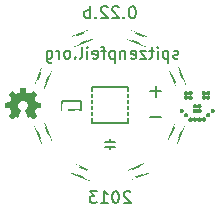
<source format=gbo>
%FSLAX34Y34*%
G04 Gerber Fmt 3.4, Leading zero omitted, Abs format*
G04 (created by PCBNEW (2013-10-07 BZR 4378)-product) date Fri 11 Oct 2013 01:23:19 AM CEST*
%MOIN*%
G01*
G70*
G90*
G04 APERTURE LIST*
%ADD10C,0.005906*%
%ADD11C,0.007874*%
%ADD12C,0.003937*%
%ADD13C,0.006000*%
%ADD14C,0.000100*%
%ADD15O,0.021654X0.029528*%
%ADD16R,0.021654X0.049213*%
%ADD17R,0.041339X0.025591*%
%ADD18R,0.059000X0.043307*%
%ADD19O,0.039370X0.009843*%
%ADD20R,0.039370X0.009843*%
%ADD21C,0.078740*%
G04 APERTURE END LIST*
G54D10*
G54D11*
X30286Y-21119D02*
X30249Y-21119D01*
X30211Y-21137D01*
X30193Y-21156D01*
X30174Y-21194D01*
X30155Y-21269D01*
X30155Y-21362D01*
X30174Y-21437D01*
X30193Y-21475D01*
X30211Y-21494D01*
X30249Y-21512D01*
X30286Y-21512D01*
X30324Y-21494D01*
X30343Y-21475D01*
X30361Y-21437D01*
X30380Y-21362D01*
X30380Y-21269D01*
X30361Y-21194D01*
X30343Y-21156D01*
X30324Y-21137D01*
X30286Y-21119D01*
X29986Y-21475D02*
X29968Y-21494D01*
X29986Y-21512D01*
X30005Y-21494D01*
X29986Y-21475D01*
X29986Y-21512D01*
X29818Y-21156D02*
X29799Y-21137D01*
X29761Y-21119D01*
X29668Y-21119D01*
X29630Y-21137D01*
X29611Y-21156D01*
X29593Y-21194D01*
X29593Y-21231D01*
X29611Y-21287D01*
X29836Y-21512D01*
X29593Y-21512D01*
X29443Y-21156D02*
X29424Y-21137D01*
X29386Y-21119D01*
X29293Y-21119D01*
X29255Y-21137D01*
X29236Y-21156D01*
X29218Y-21194D01*
X29218Y-21231D01*
X29236Y-21287D01*
X29461Y-21512D01*
X29218Y-21512D01*
X29049Y-21475D02*
X29030Y-21494D01*
X29049Y-21512D01*
X29068Y-21494D01*
X29049Y-21475D01*
X29049Y-21512D01*
X28862Y-21512D02*
X28862Y-21119D01*
X28862Y-21269D02*
X28824Y-21250D01*
X28749Y-21250D01*
X28712Y-21269D01*
X28693Y-21287D01*
X28674Y-21325D01*
X28674Y-21437D01*
X28693Y-21475D01*
X28712Y-21494D01*
X28749Y-21512D01*
X28824Y-21512D01*
X28862Y-21494D01*
X31805Y-22844D02*
X31767Y-22863D01*
X31692Y-22863D01*
X31655Y-22844D01*
X31636Y-22806D01*
X31636Y-22788D01*
X31655Y-22750D01*
X31692Y-22731D01*
X31748Y-22731D01*
X31786Y-22713D01*
X31805Y-22675D01*
X31805Y-22656D01*
X31786Y-22619D01*
X31748Y-22600D01*
X31692Y-22600D01*
X31655Y-22619D01*
X31467Y-22600D02*
X31467Y-22994D01*
X31467Y-22619D02*
X31430Y-22600D01*
X31355Y-22600D01*
X31317Y-22619D01*
X31299Y-22638D01*
X31280Y-22675D01*
X31280Y-22788D01*
X31299Y-22825D01*
X31317Y-22844D01*
X31355Y-22863D01*
X31430Y-22863D01*
X31467Y-22844D01*
X31111Y-22863D02*
X31111Y-22600D01*
X31111Y-22469D02*
X31130Y-22488D01*
X31111Y-22506D01*
X31092Y-22488D01*
X31111Y-22469D01*
X31111Y-22506D01*
X30980Y-22600D02*
X30830Y-22600D01*
X30924Y-22469D02*
X30924Y-22806D01*
X30905Y-22844D01*
X30867Y-22863D01*
X30830Y-22863D01*
X30736Y-22600D02*
X30530Y-22600D01*
X30736Y-22863D01*
X30530Y-22863D01*
X30230Y-22844D02*
X30267Y-22863D01*
X30342Y-22863D01*
X30380Y-22844D01*
X30399Y-22806D01*
X30399Y-22656D01*
X30380Y-22619D01*
X30342Y-22600D01*
X30267Y-22600D01*
X30230Y-22619D01*
X30211Y-22656D01*
X30211Y-22694D01*
X30399Y-22731D01*
X30042Y-22600D02*
X30042Y-22863D01*
X30042Y-22638D02*
X30024Y-22619D01*
X29986Y-22600D01*
X29930Y-22600D01*
X29892Y-22619D01*
X29874Y-22656D01*
X29874Y-22863D01*
X29686Y-22600D02*
X29686Y-22994D01*
X29686Y-22619D02*
X29649Y-22600D01*
X29574Y-22600D01*
X29536Y-22619D01*
X29517Y-22638D01*
X29499Y-22675D01*
X29499Y-22788D01*
X29517Y-22825D01*
X29536Y-22844D01*
X29574Y-22863D01*
X29649Y-22863D01*
X29686Y-22844D01*
X29386Y-22600D02*
X29236Y-22600D01*
X29330Y-22863D02*
X29330Y-22525D01*
X29311Y-22488D01*
X29274Y-22469D01*
X29236Y-22469D01*
X28955Y-22844D02*
X28993Y-22863D01*
X29068Y-22863D01*
X29105Y-22844D01*
X29124Y-22806D01*
X29124Y-22656D01*
X29105Y-22619D01*
X29068Y-22600D01*
X28993Y-22600D01*
X28955Y-22619D01*
X28936Y-22656D01*
X28936Y-22694D01*
X29124Y-22731D01*
X28768Y-22863D02*
X28768Y-22600D01*
X28768Y-22469D02*
X28786Y-22488D01*
X28768Y-22506D01*
X28749Y-22488D01*
X28768Y-22469D01*
X28768Y-22506D01*
X28524Y-22863D02*
X28561Y-22844D01*
X28580Y-22806D01*
X28580Y-22469D01*
X28374Y-22825D02*
X28355Y-22844D01*
X28374Y-22863D01*
X28393Y-22844D01*
X28374Y-22825D01*
X28374Y-22863D01*
X28130Y-22863D02*
X28168Y-22844D01*
X28186Y-22825D01*
X28205Y-22788D01*
X28205Y-22675D01*
X28186Y-22638D01*
X28168Y-22619D01*
X28130Y-22600D01*
X28074Y-22600D01*
X28036Y-22619D01*
X28018Y-22638D01*
X27999Y-22675D01*
X27999Y-22788D01*
X28018Y-22825D01*
X28036Y-22844D01*
X28074Y-22863D01*
X28130Y-22863D01*
X27830Y-22863D02*
X27830Y-22600D01*
X27830Y-22675D02*
X27811Y-22638D01*
X27793Y-22619D01*
X27755Y-22600D01*
X27718Y-22600D01*
X27418Y-22600D02*
X27418Y-22919D01*
X27437Y-22956D01*
X27455Y-22975D01*
X27493Y-22994D01*
X27549Y-22994D01*
X27586Y-22975D01*
X27418Y-22844D02*
X27455Y-22863D01*
X27530Y-22863D01*
X27568Y-22844D01*
X27586Y-22825D01*
X27605Y-22788D01*
X27605Y-22675D01*
X27586Y-22638D01*
X27568Y-22619D01*
X27530Y-22600D01*
X27455Y-22600D01*
X27418Y-22619D01*
X30202Y-27314D02*
X30183Y-27295D01*
X30146Y-27276D01*
X30052Y-27276D01*
X30014Y-27295D01*
X29996Y-27314D01*
X29977Y-27351D01*
X29977Y-27389D01*
X29996Y-27445D01*
X30221Y-27670D01*
X29977Y-27670D01*
X29733Y-27276D02*
X29696Y-27276D01*
X29658Y-27295D01*
X29640Y-27314D01*
X29621Y-27351D01*
X29602Y-27426D01*
X29602Y-27520D01*
X29621Y-27595D01*
X29640Y-27632D01*
X29658Y-27651D01*
X29696Y-27670D01*
X29733Y-27670D01*
X29771Y-27651D01*
X29790Y-27632D01*
X29808Y-27595D01*
X29827Y-27520D01*
X29827Y-27426D01*
X29808Y-27351D01*
X29790Y-27314D01*
X29771Y-27295D01*
X29733Y-27276D01*
X29227Y-27670D02*
X29452Y-27670D01*
X29340Y-27670D02*
X29340Y-27276D01*
X29377Y-27332D01*
X29415Y-27370D01*
X29452Y-27389D01*
X29096Y-27276D02*
X28852Y-27276D01*
X28983Y-27426D01*
X28927Y-27426D01*
X28890Y-27445D01*
X28871Y-27464D01*
X28852Y-27501D01*
X28852Y-27595D01*
X28871Y-27632D01*
X28890Y-27651D01*
X28927Y-27670D01*
X29040Y-27670D01*
X29077Y-27651D01*
X29096Y-27632D01*
X31227Y-23947D02*
X30867Y-23947D01*
X31047Y-24127D02*
X31047Y-23767D01*
X30859Y-24808D02*
X31219Y-24808D01*
G54D12*
X28267Y-24263D02*
X28267Y-24106D01*
X28267Y-24106D02*
X28188Y-24106D01*
X28188Y-24106D02*
X28188Y-24263D01*
X28464Y-24578D02*
X28464Y-24736D01*
X28464Y-24736D02*
X28385Y-24736D01*
X28385Y-24736D02*
X28385Y-24578D01*
X28070Y-24578D02*
X28070Y-24736D01*
X28070Y-24736D02*
X27992Y-24736D01*
X27992Y-24736D02*
X27992Y-24578D01*
G54D11*
X28543Y-24263D02*
X28543Y-24578D01*
X28543Y-24578D02*
X27913Y-24578D01*
X27913Y-24578D02*
X27913Y-24263D01*
X27913Y-24263D02*
X28543Y-24263D01*
G54D13*
X29370Y-25807D02*
X29685Y-25807D01*
X29370Y-25649D02*
X29685Y-25649D01*
X29527Y-25649D02*
X29527Y-25492D01*
X29527Y-25807D02*
X29527Y-25964D01*
G54D11*
X28937Y-25000D02*
X30118Y-25000D01*
X30118Y-25000D02*
X30118Y-23818D01*
X30118Y-23818D02*
X28937Y-23818D01*
X28937Y-23818D02*
X28937Y-25000D01*
G54D14*
G36*
X26267Y-24888D02*
X26274Y-24885D01*
X26287Y-24876D01*
X26307Y-24863D01*
X26330Y-24848D01*
X26354Y-24832D01*
X26373Y-24819D01*
X26387Y-24810D01*
X26392Y-24807D01*
X26395Y-24808D01*
X26406Y-24814D01*
X26422Y-24822D01*
X26432Y-24827D01*
X26447Y-24833D01*
X26454Y-24835D01*
X26455Y-24833D01*
X26461Y-24821D01*
X26469Y-24802D01*
X26480Y-24776D01*
X26493Y-24746D01*
X26507Y-24714D01*
X26520Y-24681D01*
X26533Y-24650D01*
X26545Y-24621D01*
X26554Y-24598D01*
X26560Y-24582D01*
X26563Y-24575D01*
X26562Y-24574D01*
X26555Y-24567D01*
X26542Y-24557D01*
X26514Y-24534D01*
X26486Y-24500D01*
X26469Y-24461D01*
X26464Y-24417D01*
X26468Y-24377D01*
X26484Y-24339D01*
X26511Y-24304D01*
X26544Y-24278D01*
X26582Y-24262D01*
X26625Y-24257D01*
X26666Y-24261D01*
X26705Y-24277D01*
X26740Y-24303D01*
X26755Y-24320D01*
X26775Y-24356D01*
X26787Y-24393D01*
X26788Y-24402D01*
X26786Y-24444D01*
X26774Y-24484D01*
X26752Y-24519D01*
X26722Y-24548D01*
X26718Y-24551D01*
X26704Y-24562D01*
X26694Y-24569D01*
X26687Y-24575D01*
X26740Y-24702D01*
X26748Y-24722D01*
X26763Y-24757D01*
X26775Y-24787D01*
X26786Y-24811D01*
X26793Y-24827D01*
X26796Y-24833D01*
X26796Y-24833D01*
X26801Y-24834D01*
X26810Y-24831D01*
X26828Y-24822D01*
X26840Y-24816D01*
X26853Y-24810D01*
X26859Y-24807D01*
X26865Y-24810D01*
X26878Y-24818D01*
X26896Y-24831D01*
X26919Y-24846D01*
X26941Y-24861D01*
X26961Y-24874D01*
X26975Y-24884D01*
X26982Y-24887D01*
X26983Y-24887D01*
X26990Y-24884D01*
X27001Y-24874D01*
X27018Y-24858D01*
X27043Y-24834D01*
X27047Y-24830D01*
X27067Y-24810D01*
X27083Y-24792D01*
X27094Y-24780D01*
X27098Y-24775D01*
X27098Y-24775D01*
X27094Y-24768D01*
X27085Y-24753D01*
X27072Y-24733D01*
X27056Y-24709D01*
X27014Y-24648D01*
X27037Y-24591D01*
X27044Y-24573D01*
X27053Y-24551D01*
X27060Y-24536D01*
X27063Y-24529D01*
X27070Y-24527D01*
X27085Y-24523D01*
X27108Y-24519D01*
X27136Y-24514D01*
X27162Y-24509D01*
X27185Y-24504D01*
X27202Y-24501D01*
X27210Y-24500D01*
X27212Y-24498D01*
X27213Y-24495D01*
X27214Y-24487D01*
X27215Y-24472D01*
X27215Y-24450D01*
X27215Y-24417D01*
X27215Y-24414D01*
X27215Y-24383D01*
X27214Y-24358D01*
X27213Y-24343D01*
X27212Y-24336D01*
X27212Y-24336D01*
X27205Y-24334D01*
X27188Y-24331D01*
X27165Y-24326D01*
X27137Y-24321D01*
X27135Y-24321D01*
X27107Y-24315D01*
X27084Y-24310D01*
X27067Y-24307D01*
X27060Y-24304D01*
X27059Y-24302D01*
X27053Y-24291D01*
X27045Y-24274D01*
X27036Y-24253D01*
X27027Y-24231D01*
X27019Y-24211D01*
X27014Y-24197D01*
X27012Y-24190D01*
X27012Y-24190D01*
X27016Y-24183D01*
X27026Y-24169D01*
X27040Y-24149D01*
X27056Y-24125D01*
X27057Y-24123D01*
X27073Y-24099D01*
X27086Y-24079D01*
X27095Y-24065D01*
X27098Y-24059D01*
X27098Y-24058D01*
X27093Y-24051D01*
X27081Y-24038D01*
X27063Y-24020D01*
X27043Y-23999D01*
X27036Y-23993D01*
X27013Y-23970D01*
X26997Y-23956D01*
X26987Y-23948D01*
X26983Y-23946D01*
X26982Y-23946D01*
X26975Y-23950D01*
X26960Y-23960D01*
X26940Y-23974D01*
X26916Y-23990D01*
X26915Y-23991D01*
X26891Y-24007D01*
X26871Y-24021D01*
X26857Y-24030D01*
X26851Y-24033D01*
X26850Y-24033D01*
X26841Y-24031D01*
X26824Y-24025D01*
X26803Y-24017D01*
X26781Y-24008D01*
X26761Y-24000D01*
X26747Y-23993D01*
X26740Y-23989D01*
X26739Y-23989D01*
X26737Y-23980D01*
X26733Y-23962D01*
X26728Y-23938D01*
X26722Y-23909D01*
X26721Y-23905D01*
X26716Y-23876D01*
X26712Y-23853D01*
X26708Y-23837D01*
X26707Y-23830D01*
X26703Y-23830D01*
X26689Y-23829D01*
X26668Y-23828D01*
X26642Y-23828D01*
X26616Y-23828D01*
X26590Y-23828D01*
X26568Y-23829D01*
X26552Y-23830D01*
X26545Y-23832D01*
X26545Y-23832D01*
X26543Y-23841D01*
X26539Y-23858D01*
X26534Y-23883D01*
X26528Y-23912D01*
X26527Y-23917D01*
X26522Y-23945D01*
X26517Y-23968D01*
X26514Y-23984D01*
X26512Y-23990D01*
X26510Y-23991D01*
X26498Y-23997D01*
X26479Y-24004D01*
X26456Y-24014D01*
X26402Y-24036D01*
X26336Y-23990D01*
X26330Y-23986D01*
X26306Y-23970D01*
X26286Y-23957D01*
X26272Y-23948D01*
X26267Y-23945D01*
X26266Y-23945D01*
X26260Y-23951D01*
X26247Y-23963D01*
X26229Y-23981D01*
X26208Y-24001D01*
X26192Y-24017D01*
X26174Y-24035D01*
X26163Y-24048D01*
X26156Y-24056D01*
X26154Y-24061D01*
X26155Y-24064D01*
X26159Y-24071D01*
X26169Y-24085D01*
X26182Y-24106D01*
X26198Y-24129D01*
X26212Y-24149D01*
X26226Y-24171D01*
X26235Y-24187D01*
X26239Y-24194D01*
X26238Y-24198D01*
X26233Y-24211D01*
X26225Y-24230D01*
X26215Y-24254D01*
X26192Y-24306D01*
X26158Y-24313D01*
X26137Y-24317D01*
X26108Y-24322D01*
X26080Y-24328D01*
X26036Y-24336D01*
X26035Y-24495D01*
X26042Y-24498D01*
X26048Y-24500D01*
X26064Y-24504D01*
X26087Y-24508D01*
X26114Y-24513D01*
X26138Y-24518D01*
X26161Y-24522D01*
X26178Y-24525D01*
X26185Y-24527D01*
X26187Y-24529D01*
X26193Y-24541D01*
X26201Y-24559D01*
X26210Y-24580D01*
X26220Y-24603D01*
X26228Y-24623D01*
X26234Y-24639D01*
X26236Y-24647D01*
X26233Y-24653D01*
X26224Y-24667D01*
X26211Y-24687D01*
X26195Y-24710D01*
X26179Y-24733D01*
X26166Y-24753D01*
X26156Y-24767D01*
X26153Y-24774D01*
X26155Y-24778D01*
X26164Y-24789D01*
X26181Y-24807D01*
X26207Y-24833D01*
X26212Y-24837D01*
X26232Y-24857D01*
X26250Y-24873D01*
X26262Y-24884D01*
X26267Y-24888D01*
X26267Y-24888D01*
G37*
G36*
X32656Y-24968D02*
X32671Y-24966D01*
X32684Y-24962D01*
X32690Y-24959D01*
X32703Y-24950D01*
X32713Y-24939D01*
X32720Y-24927D01*
X32725Y-24913D01*
X32728Y-24899D01*
X32727Y-24884D01*
X32724Y-24870D01*
X32717Y-24856D01*
X32713Y-24850D01*
X32707Y-24843D01*
X32700Y-24837D01*
X32694Y-24832D01*
X32692Y-24831D01*
X32679Y-24825D01*
X32666Y-24822D01*
X32651Y-24821D01*
X32646Y-24821D01*
X32638Y-24822D01*
X32631Y-24824D01*
X32623Y-24828D01*
X32614Y-24832D01*
X32602Y-24842D01*
X32593Y-24854D01*
X32585Y-24867D01*
X32583Y-24873D01*
X32581Y-24881D01*
X32580Y-24886D01*
X32580Y-24887D01*
X32580Y-24887D01*
X32580Y-24884D01*
X32580Y-24884D01*
X32577Y-24874D01*
X32574Y-24865D01*
X32569Y-24856D01*
X32561Y-24845D01*
X32550Y-24835D01*
X32537Y-24827D01*
X32522Y-24822D01*
X32507Y-24821D01*
X32503Y-24821D01*
X32491Y-24822D01*
X32480Y-24825D01*
X32478Y-24826D01*
X32465Y-24833D01*
X32454Y-24842D01*
X32445Y-24854D01*
X32438Y-24866D01*
X32434Y-24879D01*
X32434Y-24880D01*
X32433Y-24883D01*
X32433Y-24885D01*
X32433Y-24885D01*
X32433Y-24883D01*
X32432Y-24879D01*
X32432Y-24878D01*
X32427Y-24865D01*
X32420Y-24852D01*
X32411Y-24841D01*
X32402Y-24834D01*
X32389Y-24827D01*
X32375Y-24822D01*
X32359Y-24821D01*
X32348Y-24822D01*
X32334Y-24825D01*
X32320Y-24832D01*
X32308Y-24841D01*
X32299Y-24853D01*
X32297Y-24855D01*
X32294Y-24860D01*
X32292Y-24865D01*
X32291Y-24868D01*
X32288Y-24875D01*
X32287Y-24881D01*
X32286Y-24886D01*
X32286Y-24887D01*
X32286Y-24887D01*
X32285Y-24884D01*
X32284Y-24876D01*
X32280Y-24866D01*
X32276Y-24857D01*
X32267Y-24845D01*
X32255Y-24835D01*
X32242Y-24827D01*
X32228Y-24822D01*
X32213Y-24821D01*
X32199Y-24822D01*
X32184Y-24826D01*
X32171Y-24833D01*
X32159Y-24843D01*
X32153Y-24850D01*
X32148Y-24858D01*
X32143Y-24867D01*
X32141Y-24875D01*
X32138Y-24890D01*
X32139Y-24904D01*
X32142Y-24918D01*
X32148Y-24931D01*
X32156Y-24942D01*
X32166Y-24952D01*
X32178Y-24960D01*
X32191Y-24965D01*
X32206Y-24968D01*
X32208Y-24968D01*
X32223Y-24968D01*
X32237Y-24964D01*
X32250Y-24958D01*
X32255Y-24954D01*
X32265Y-24946D01*
X32274Y-24935D01*
X32280Y-24924D01*
X32281Y-24920D01*
X32283Y-24914D01*
X32285Y-24907D01*
X32286Y-24902D01*
X32286Y-24899D01*
X32286Y-24902D01*
X32286Y-24905D01*
X32288Y-24911D01*
X32290Y-24919D01*
X32292Y-24925D01*
X32296Y-24932D01*
X32305Y-24944D01*
X32316Y-24954D01*
X32329Y-24962D01*
X32344Y-24967D01*
X32346Y-24967D01*
X32356Y-24968D01*
X32367Y-24968D01*
X32377Y-24966D01*
X32387Y-24963D01*
X32400Y-24956D01*
X32413Y-24946D01*
X32413Y-24945D01*
X32422Y-24935D01*
X32428Y-24922D01*
X32432Y-24910D01*
X32432Y-24909D01*
X32433Y-24906D01*
X32433Y-24904D01*
X32433Y-24905D01*
X32434Y-24908D01*
X32434Y-24909D01*
X32436Y-24917D01*
X32439Y-24925D01*
X32444Y-24933D01*
X32450Y-24942D01*
X32461Y-24953D01*
X32474Y-24961D01*
X32489Y-24966D01*
X32491Y-24967D01*
X32501Y-24968D01*
X32512Y-24968D01*
X32522Y-24967D01*
X32530Y-24964D01*
X32544Y-24958D01*
X32556Y-24949D01*
X32566Y-24938D01*
X32574Y-24925D01*
X32575Y-24921D01*
X32578Y-24914D01*
X32579Y-24907D01*
X32580Y-24902D01*
X32580Y-24902D01*
X32580Y-24902D01*
X32581Y-24905D01*
X32581Y-24905D01*
X32583Y-24914D01*
X32587Y-24924D01*
X32591Y-24933D01*
X32593Y-24936D01*
X32602Y-24947D01*
X32614Y-24956D01*
X32627Y-24963D01*
X32641Y-24967D01*
X32656Y-24968D01*
X32656Y-24968D01*
G37*
G36*
X32060Y-24821D02*
X32069Y-24820D01*
X32077Y-24820D01*
X32087Y-24817D01*
X32101Y-24811D01*
X32113Y-24802D01*
X32123Y-24791D01*
X32131Y-24778D01*
X32136Y-24764D01*
X32138Y-24749D01*
X32137Y-24734D01*
X32133Y-24720D01*
X32127Y-24707D01*
X32117Y-24695D01*
X32105Y-24685D01*
X32102Y-24683D01*
X32087Y-24677D01*
X32073Y-24673D01*
X32057Y-24673D01*
X32042Y-24676D01*
X32030Y-24681D01*
X32017Y-24690D01*
X32007Y-24701D01*
X31998Y-24714D01*
X31993Y-24729D01*
X31991Y-24736D01*
X31991Y-24746D01*
X31991Y-24755D01*
X31992Y-24763D01*
X31993Y-24766D01*
X31999Y-24781D01*
X32007Y-24794D01*
X32019Y-24805D01*
X32032Y-24813D01*
X32038Y-24816D01*
X32047Y-24819D01*
X32055Y-24820D01*
X32060Y-24821D01*
X32060Y-24821D01*
G37*
G36*
X32803Y-24821D02*
X32818Y-24819D01*
X32833Y-24814D01*
X32847Y-24805D01*
X32850Y-24803D01*
X32860Y-24792D01*
X32868Y-24779D01*
X32873Y-24765D01*
X32875Y-24757D01*
X32875Y-24748D01*
X32875Y-24738D01*
X32874Y-24731D01*
X32873Y-24727D01*
X32867Y-24712D01*
X32859Y-24700D01*
X32848Y-24689D01*
X32835Y-24681D01*
X32821Y-24676D01*
X32806Y-24673D01*
X32800Y-24673D01*
X32785Y-24675D01*
X32771Y-24679D01*
X32759Y-24687D01*
X32748Y-24696D01*
X32739Y-24708D01*
X32733Y-24721D01*
X32729Y-24735D01*
X32728Y-24750D01*
X32729Y-24759D01*
X32731Y-24767D01*
X32734Y-24776D01*
X32740Y-24787D01*
X32749Y-24799D01*
X32761Y-24808D01*
X32774Y-24815D01*
X32788Y-24819D01*
X32803Y-24821D01*
X32803Y-24821D01*
G37*
G36*
X31913Y-24673D02*
X31923Y-24673D01*
X31932Y-24671D01*
X31943Y-24668D01*
X31956Y-24661D01*
X31969Y-24651D01*
X31977Y-24642D01*
X31984Y-24629D01*
X31989Y-24615D01*
X31990Y-24609D01*
X31990Y-24600D01*
X31990Y-24591D01*
X31989Y-24584D01*
X31988Y-24579D01*
X31982Y-24565D01*
X31974Y-24552D01*
X31963Y-24541D01*
X31949Y-24533D01*
X31944Y-24531D01*
X31935Y-24527D01*
X31925Y-24526D01*
X31914Y-24526D01*
X31907Y-24526D01*
X31899Y-24527D01*
X31892Y-24529D01*
X31884Y-24533D01*
X31879Y-24536D01*
X31867Y-24545D01*
X31857Y-24556D01*
X31849Y-24570D01*
X31844Y-24585D01*
X31844Y-24588D01*
X31843Y-24597D01*
X31843Y-24606D01*
X31844Y-24614D01*
X31845Y-24619D01*
X31851Y-24633D01*
X31860Y-24646D01*
X31870Y-24657D01*
X31884Y-24665D01*
X31898Y-24671D01*
X31903Y-24672D01*
X31913Y-24673D01*
X31913Y-24673D01*
G37*
G36*
X32505Y-24673D02*
X32519Y-24672D01*
X32533Y-24668D01*
X32542Y-24664D01*
X32554Y-24655D01*
X32565Y-24644D01*
X32573Y-24631D01*
X32578Y-24617D01*
X32579Y-24614D01*
X32580Y-24602D01*
X32580Y-24591D01*
X32577Y-24578D01*
X32571Y-24563D01*
X32562Y-24551D01*
X32551Y-24541D01*
X32538Y-24533D01*
X32523Y-24527D01*
X32514Y-24525D01*
X32519Y-24524D01*
X32520Y-24524D01*
X32530Y-24521D01*
X32541Y-24516D01*
X32552Y-24510D01*
X32553Y-24508D01*
X32564Y-24498D01*
X32572Y-24485D01*
X32577Y-24471D01*
X32580Y-24457D01*
X32580Y-24443D01*
X32576Y-24429D01*
X32570Y-24415D01*
X32570Y-24414D01*
X32560Y-24402D01*
X32549Y-24392D01*
X32537Y-24385D01*
X32523Y-24381D01*
X32509Y-24379D01*
X32495Y-24380D01*
X32481Y-24383D01*
X32468Y-24390D01*
X32455Y-24399D01*
X32449Y-24406D01*
X32442Y-24417D01*
X32436Y-24428D01*
X32434Y-24439D01*
X32433Y-24442D01*
X32433Y-24443D01*
X32433Y-24442D01*
X32432Y-24439D01*
X32430Y-24429D01*
X32425Y-24419D01*
X32419Y-24409D01*
X32415Y-24404D01*
X32404Y-24394D01*
X32391Y-24386D01*
X32377Y-24381D01*
X32362Y-24379D01*
X32347Y-24380D01*
X32338Y-24382D01*
X32324Y-24388D01*
X32312Y-24396D01*
X32301Y-24407D01*
X32293Y-24420D01*
X32288Y-24435D01*
X32287Y-24442D01*
X32286Y-24457D01*
X32289Y-24471D01*
X32294Y-24485D01*
X32302Y-24498D01*
X32313Y-24508D01*
X32326Y-24517D01*
X32332Y-24520D01*
X32339Y-24522D01*
X32345Y-24524D01*
X32350Y-24525D01*
X32350Y-24525D01*
X32350Y-24525D01*
X32347Y-24526D01*
X32340Y-24528D01*
X32330Y-24532D01*
X32321Y-24536D01*
X32317Y-24539D01*
X32307Y-24548D01*
X32298Y-24558D01*
X32292Y-24569D01*
X32288Y-24582D01*
X32286Y-24595D01*
X32286Y-24608D01*
X32287Y-24610D01*
X32291Y-24626D01*
X32298Y-24639D01*
X32308Y-24651D01*
X32316Y-24659D01*
X32329Y-24667D01*
X32344Y-24671D01*
X32349Y-24672D01*
X32357Y-24673D01*
X32366Y-24672D01*
X32374Y-24672D01*
X32380Y-24670D01*
X32385Y-24669D01*
X32399Y-24662D01*
X32411Y-24652D01*
X32421Y-24640D01*
X32425Y-24634D01*
X32429Y-24624D01*
X32432Y-24614D01*
X32432Y-24614D01*
X32433Y-24610D01*
X32433Y-24609D01*
X32433Y-24609D01*
X32433Y-24589D01*
X32433Y-24589D01*
X32433Y-24588D01*
X32432Y-24584D01*
X32432Y-24583D01*
X32427Y-24570D01*
X32420Y-24557D01*
X32411Y-24546D01*
X32400Y-24537D01*
X32387Y-24531D01*
X32386Y-24530D01*
X32380Y-24528D01*
X32374Y-24527D01*
X32367Y-24525D01*
X32373Y-24524D01*
X32382Y-24522D01*
X32395Y-24516D01*
X32407Y-24508D01*
X32418Y-24497D01*
X32426Y-24485D01*
X32428Y-24479D01*
X32431Y-24471D01*
X32432Y-24465D01*
X32433Y-24462D01*
X32433Y-24461D01*
X32433Y-24462D01*
X32434Y-24465D01*
X32435Y-24470D01*
X32437Y-24478D01*
X32440Y-24485D01*
X32445Y-24493D01*
X32455Y-24504D01*
X32466Y-24513D01*
X32479Y-24520D01*
X32493Y-24524D01*
X32499Y-24525D01*
X32493Y-24527D01*
X32492Y-24527D01*
X32485Y-24528D01*
X32479Y-24531D01*
X32478Y-24531D01*
X32465Y-24538D01*
X32454Y-24547D01*
X32445Y-24558D01*
X32438Y-24571D01*
X32434Y-24584D01*
X32434Y-24584D01*
X32433Y-24588D01*
X32433Y-24589D01*
X32433Y-24609D01*
X32433Y-24609D01*
X32433Y-24611D01*
X32434Y-24614D01*
X32437Y-24624D01*
X32443Y-24637D01*
X32452Y-24649D01*
X32463Y-24659D01*
X32476Y-24666D01*
X32476Y-24666D01*
X32490Y-24671D01*
X32505Y-24673D01*
X32505Y-24673D01*
G37*
G36*
X32944Y-24673D02*
X32956Y-24673D01*
X32967Y-24671D01*
X32974Y-24669D01*
X32988Y-24662D01*
X33000Y-24653D01*
X33010Y-24642D01*
X33017Y-24629D01*
X33021Y-24615D01*
X33023Y-24599D01*
X33023Y-24593D01*
X33020Y-24578D01*
X33014Y-24564D01*
X33005Y-24550D01*
X33002Y-24548D01*
X32992Y-24539D01*
X32980Y-24532D01*
X32967Y-24527D01*
X32966Y-24527D01*
X32955Y-24526D01*
X32943Y-24526D01*
X32932Y-24527D01*
X32928Y-24528D01*
X32914Y-24534D01*
X32902Y-24543D01*
X32892Y-24553D01*
X32884Y-24565D01*
X32878Y-24578D01*
X32876Y-24593D01*
X32876Y-24608D01*
X32879Y-24623D01*
X32884Y-24634D01*
X32893Y-24646D01*
X32904Y-24657D01*
X32916Y-24665D01*
X32931Y-24671D01*
X32932Y-24671D01*
X32944Y-24673D01*
X32944Y-24673D01*
G37*
G36*
X32214Y-24231D02*
X32229Y-24229D01*
X32243Y-24224D01*
X32250Y-24221D01*
X32256Y-24216D01*
X32263Y-24210D01*
X32271Y-24202D01*
X32279Y-24189D01*
X32284Y-24175D01*
X32285Y-24171D01*
X32286Y-24161D01*
X32286Y-24151D01*
X32284Y-24142D01*
X32280Y-24129D01*
X32274Y-24116D01*
X32265Y-24105D01*
X32263Y-24104D01*
X32256Y-24098D01*
X32248Y-24093D01*
X32241Y-24089D01*
X32238Y-24088D01*
X32232Y-24086D01*
X32226Y-24085D01*
X32222Y-24084D01*
X32219Y-24084D01*
X32222Y-24083D01*
X32226Y-24082D01*
X32230Y-24081D01*
X32236Y-24080D01*
X32247Y-24074D01*
X32258Y-24068D01*
X32266Y-24060D01*
X32268Y-24058D01*
X32277Y-24045D01*
X32283Y-24031D01*
X32286Y-24017D01*
X32286Y-24002D01*
X32285Y-23998D01*
X32281Y-23983D01*
X32274Y-23970D01*
X32264Y-23957D01*
X32255Y-23950D01*
X32242Y-23942D01*
X32228Y-23937D01*
X32225Y-23937D01*
X32215Y-23936D01*
X32205Y-23936D01*
X32195Y-23938D01*
X32187Y-23940D01*
X32173Y-23947D01*
X32161Y-23956D01*
X32152Y-23967D01*
X32144Y-23980D01*
X32140Y-23994D01*
X32139Y-23996D01*
X32138Y-23999D01*
X32138Y-24001D01*
X32137Y-23999D01*
X32137Y-23996D01*
X32136Y-23990D01*
X32133Y-23983D01*
X32131Y-23977D01*
X32128Y-23973D01*
X32119Y-23960D01*
X32108Y-23950D01*
X32095Y-23942D01*
X32081Y-23938D01*
X32065Y-23936D01*
X32053Y-23937D01*
X32039Y-23940D01*
X32026Y-23947D01*
X32018Y-23952D01*
X32007Y-23963D01*
X31999Y-23975D01*
X31993Y-23989D01*
X31991Y-24003D01*
X31991Y-24018D01*
X31994Y-24032D01*
X32000Y-24046D01*
X32009Y-24058D01*
X32020Y-24069D01*
X32034Y-24077D01*
X32049Y-24082D01*
X32057Y-24084D01*
X32052Y-24084D01*
X32049Y-24085D01*
X32037Y-24088D01*
X32026Y-24094D01*
X32015Y-24102D01*
X32006Y-24111D01*
X32001Y-24119D01*
X31996Y-24129D01*
X31993Y-24139D01*
X31991Y-24147D01*
X31991Y-24156D01*
X31991Y-24166D01*
X31992Y-24173D01*
X31995Y-24182D01*
X32002Y-24196D01*
X32011Y-24208D01*
X32023Y-24218D01*
X32036Y-24226D01*
X32052Y-24230D01*
X32056Y-24231D01*
X32065Y-24231D01*
X32074Y-24230D01*
X32083Y-24229D01*
X32089Y-24227D01*
X32103Y-24220D01*
X32115Y-24211D01*
X32125Y-24200D01*
X32132Y-24187D01*
X32137Y-24172D01*
X32137Y-24171D01*
X32138Y-24167D01*
X32138Y-24168D01*
X32138Y-24147D01*
X32138Y-24147D01*
X32137Y-24144D01*
X32137Y-24143D01*
X32134Y-24133D01*
X32130Y-24123D01*
X32124Y-24113D01*
X32119Y-24108D01*
X32108Y-24097D01*
X32094Y-24090D01*
X32079Y-24085D01*
X32072Y-24083D01*
X32077Y-24082D01*
X32082Y-24081D01*
X32086Y-24080D01*
X32089Y-24079D01*
X32103Y-24073D01*
X32115Y-24063D01*
X32125Y-24052D01*
X32132Y-24039D01*
X32137Y-24025D01*
X32137Y-24022D01*
X32138Y-24020D01*
X32139Y-24021D01*
X32140Y-24025D01*
X32140Y-24026D01*
X32142Y-24034D01*
X32146Y-24042D01*
X32150Y-24050D01*
X32154Y-24055D01*
X32161Y-24062D01*
X32168Y-24069D01*
X32175Y-24074D01*
X32176Y-24074D01*
X32187Y-24079D01*
X32199Y-24082D01*
X32204Y-24083D01*
X32198Y-24085D01*
X32185Y-24088D01*
X32172Y-24095D01*
X32160Y-24104D01*
X32151Y-24115D01*
X32149Y-24119D01*
X32145Y-24126D01*
X32142Y-24134D01*
X32140Y-24141D01*
X32139Y-24146D01*
X32139Y-24146D01*
X32138Y-24147D01*
X32138Y-24168D01*
X32139Y-24168D01*
X32139Y-24171D01*
X32140Y-24175D01*
X32142Y-24180D01*
X32145Y-24187D01*
X32152Y-24200D01*
X32162Y-24211D01*
X32173Y-24220D01*
X32186Y-24226D01*
X32200Y-24230D01*
X32214Y-24231D01*
X32214Y-24231D01*
G37*
G36*
X32658Y-24231D02*
X32672Y-24229D01*
X32686Y-24224D01*
X32699Y-24216D01*
X32709Y-24206D01*
X32718Y-24194D01*
X32724Y-24180D01*
X32726Y-24175D01*
X32727Y-24171D01*
X32727Y-24170D01*
X32728Y-24167D01*
X32728Y-24167D01*
X32728Y-24147D01*
X32727Y-24145D01*
X32726Y-24140D01*
X32723Y-24131D01*
X32717Y-24118D01*
X32708Y-24106D01*
X32696Y-24097D01*
X32683Y-24089D01*
X32669Y-24085D01*
X32662Y-24083D01*
X32667Y-24082D01*
X32667Y-24082D01*
X32679Y-24079D01*
X32691Y-24074D01*
X32695Y-24071D01*
X32703Y-24064D01*
X32710Y-24057D01*
X32716Y-24050D01*
X32719Y-24044D01*
X32724Y-24034D01*
X32726Y-24026D01*
X32727Y-24022D01*
X32728Y-24020D01*
X32728Y-24021D01*
X32729Y-24025D01*
X32732Y-24035D01*
X32739Y-24049D01*
X32749Y-24061D01*
X32760Y-24070D01*
X32773Y-24078D01*
X32789Y-24082D01*
X32794Y-24083D01*
X32787Y-24085D01*
X32780Y-24087D01*
X32766Y-24093D01*
X32753Y-24102D01*
X32743Y-24113D01*
X32739Y-24117D01*
X32736Y-24124D01*
X32732Y-24132D01*
X32730Y-24137D01*
X32729Y-24143D01*
X32729Y-24143D01*
X32728Y-24146D01*
X32728Y-24147D01*
X32728Y-24167D01*
X32728Y-24168D01*
X32729Y-24172D01*
X32730Y-24177D01*
X32735Y-24188D01*
X32740Y-24198D01*
X32745Y-24204D01*
X32756Y-24215D01*
X32769Y-24223D01*
X32784Y-24229D01*
X32790Y-24230D01*
X32800Y-24231D01*
X32811Y-24230D01*
X32820Y-24229D01*
X32821Y-24229D01*
X32836Y-24223D01*
X32849Y-24214D01*
X32859Y-24203D01*
X32868Y-24190D01*
X32873Y-24175D01*
X32875Y-24169D01*
X32875Y-24158D01*
X32875Y-24148D01*
X32873Y-24139D01*
X32871Y-24131D01*
X32866Y-24121D01*
X32860Y-24111D01*
X32853Y-24104D01*
X32844Y-24097D01*
X32834Y-24091D01*
X32831Y-24089D01*
X32824Y-24087D01*
X32817Y-24085D01*
X32812Y-24084D01*
X32811Y-24084D01*
X32813Y-24083D01*
X32817Y-24082D01*
X32826Y-24079D01*
X32835Y-24075D01*
X32843Y-24071D01*
X32845Y-24069D01*
X32855Y-24061D01*
X32863Y-24050D01*
X32869Y-24039D01*
X32872Y-24034D01*
X32875Y-24019D01*
X32875Y-24004D01*
X32873Y-23989D01*
X32872Y-23986D01*
X32865Y-23972D01*
X32856Y-23960D01*
X32845Y-23950D01*
X32832Y-23942D01*
X32817Y-23937D01*
X32815Y-23937D01*
X32805Y-23936D01*
X32794Y-23936D01*
X32785Y-23938D01*
X32782Y-23938D01*
X32768Y-23944D01*
X32755Y-23952D01*
X32744Y-23964D01*
X32735Y-23977D01*
X32733Y-23981D01*
X32731Y-23988D01*
X32729Y-23994D01*
X32729Y-23999D01*
X32729Y-24000D01*
X32728Y-24000D01*
X32727Y-23998D01*
X32726Y-23994D01*
X32724Y-23984D01*
X32717Y-23971D01*
X32708Y-23960D01*
X32697Y-23950D01*
X32684Y-23942D01*
X32684Y-23942D01*
X32671Y-23938D01*
X32656Y-23936D01*
X32641Y-23937D01*
X32627Y-23941D01*
X32619Y-23945D01*
X32606Y-23953D01*
X32596Y-23964D01*
X32588Y-23977D01*
X32582Y-23992D01*
X32582Y-23995D01*
X32580Y-24007D01*
X32581Y-24018D01*
X32584Y-24032D01*
X32590Y-24046D01*
X32599Y-24058D01*
X32610Y-24069D01*
X32623Y-24077D01*
X32638Y-24082D01*
X32641Y-24083D01*
X32644Y-24084D01*
X32644Y-24084D01*
X32640Y-24084D01*
X32631Y-24087D01*
X32622Y-24091D01*
X32613Y-24096D01*
X32605Y-24102D01*
X32595Y-24113D01*
X32587Y-24127D01*
X32586Y-24129D01*
X32581Y-24143D01*
X32580Y-24158D01*
X32582Y-24174D01*
X32587Y-24188D01*
X32590Y-24195D01*
X32595Y-24201D01*
X32601Y-24208D01*
X32601Y-24209D01*
X32613Y-24219D01*
X32627Y-24226D01*
X32641Y-24230D01*
X32643Y-24230D01*
X32658Y-24231D01*
X32658Y-24231D01*
G37*
G54D11*
X30125Y-22211D02*
X30680Y-22441D01*
X30680Y-22441D02*
X30794Y-22164D01*
X30794Y-22164D02*
X30240Y-21934D01*
X30240Y-21934D02*
X30125Y-22211D01*
X31523Y-23270D02*
X31753Y-23824D01*
X31753Y-23824D02*
X32030Y-23709D01*
X32030Y-23709D02*
X31800Y-23155D01*
X31800Y-23155D02*
X31523Y-23270D01*
X31717Y-24999D02*
X31487Y-25554D01*
X31487Y-25554D02*
X31764Y-25668D01*
X31764Y-25668D02*
X31994Y-25114D01*
X31994Y-25114D02*
X31717Y-24999D01*
X30670Y-26382D02*
X30116Y-26611D01*
X30116Y-26611D02*
X30230Y-26888D01*
X30230Y-26888D02*
X30785Y-26659D01*
X30785Y-26659D02*
X30670Y-26382D01*
X28941Y-26626D02*
X28386Y-26397D01*
X28386Y-26397D02*
X28271Y-26674D01*
X28271Y-26674D02*
X28826Y-26903D01*
X28826Y-26903D02*
X28941Y-26626D01*
X27547Y-25560D02*
X27317Y-25005D01*
X27317Y-25005D02*
X27040Y-25120D01*
X27040Y-25120D02*
X27269Y-25675D01*
X27269Y-25675D02*
X27547Y-25560D01*
X27322Y-23830D02*
X27551Y-23276D01*
X27551Y-23276D02*
X27274Y-23161D01*
X27274Y-23161D02*
X27044Y-23716D01*
X27044Y-23716D02*
X27322Y-23830D01*
X28364Y-22432D02*
X28919Y-22203D01*
X28919Y-22203D02*
X28804Y-21926D01*
X28804Y-21926D02*
X28250Y-22155D01*
X28250Y-22155D02*
X28364Y-22432D01*
%LPC*%
G54D15*
X28425Y-24696D03*
G54D16*
X28031Y-24598D03*
G54D17*
X28129Y-24125D03*
G54D18*
X29527Y-25354D03*
X29527Y-26102D03*
G54D19*
X28937Y-24803D03*
G54D20*
X28937Y-24606D03*
X28937Y-24409D03*
X28937Y-24212D03*
X28937Y-24015D03*
X30118Y-24015D03*
X30118Y-24212D03*
X30118Y-24409D03*
X30118Y-24606D03*
X30118Y-24803D03*
G54D21*
X28543Y-25393D03*
X28543Y-23425D03*
X30511Y-23425D03*
X30511Y-25393D03*
G54D10*
G36*
X30647Y-22095D02*
X30938Y-22216D01*
X30817Y-22506D01*
X30527Y-22386D01*
X30647Y-22095D01*
X30647Y-22095D01*
G37*
G36*
X30102Y-21870D02*
X30392Y-21990D01*
X30272Y-22280D01*
X29982Y-22160D01*
X30102Y-21870D01*
X30102Y-21870D01*
G37*
G36*
X31975Y-23557D02*
X32095Y-23847D01*
X31805Y-23967D01*
X31684Y-23677D01*
X31975Y-23557D01*
X31975Y-23557D01*
G37*
G36*
X31749Y-23012D02*
X31869Y-23302D01*
X31579Y-23422D01*
X31459Y-23132D01*
X31749Y-23012D01*
X31749Y-23012D01*
G37*
G36*
X31833Y-25522D02*
X31713Y-25812D01*
X31422Y-25691D01*
X31543Y-25401D01*
X31833Y-25522D01*
X31833Y-25522D01*
G37*
G36*
X32059Y-24976D02*
X31938Y-25267D01*
X31648Y-25146D01*
X31768Y-24856D01*
X32059Y-24976D01*
X32059Y-24976D01*
G37*
G36*
X30383Y-26833D02*
X30093Y-26953D01*
X29973Y-26663D01*
X30263Y-26543D01*
X30383Y-26833D01*
X30383Y-26833D01*
G37*
G36*
X30928Y-26607D02*
X30638Y-26727D01*
X30518Y-26437D01*
X30808Y-26317D01*
X30928Y-26607D01*
X30928Y-26607D01*
G37*
G36*
X28418Y-26742D02*
X28128Y-26622D01*
X28249Y-26332D01*
X28539Y-26452D01*
X28418Y-26742D01*
X28418Y-26742D01*
G37*
G36*
X28964Y-26968D02*
X28673Y-26848D01*
X28794Y-26558D01*
X29084Y-26678D01*
X28964Y-26968D01*
X28964Y-26968D01*
G37*
G36*
X27095Y-25273D02*
X26975Y-24982D01*
X27265Y-24862D01*
X27385Y-25152D01*
X27095Y-25273D01*
X27095Y-25273D01*
G37*
G36*
X27321Y-25818D02*
X27201Y-25528D01*
X27491Y-25407D01*
X27611Y-25697D01*
X27321Y-25818D01*
X27321Y-25818D01*
G37*
G36*
X27206Y-23308D02*
X27326Y-23018D01*
X27616Y-23138D01*
X27496Y-23428D01*
X27206Y-23308D01*
X27206Y-23308D01*
G37*
G36*
X26980Y-23853D02*
X27100Y-23563D01*
X27390Y-23683D01*
X27270Y-23973D01*
X26980Y-23853D01*
X26980Y-23853D01*
G37*
G36*
X28652Y-21981D02*
X28942Y-21861D01*
X29062Y-22151D01*
X28772Y-22271D01*
X28652Y-21981D01*
X28652Y-21981D01*
G37*
G36*
X28107Y-22207D02*
X28397Y-22087D01*
X28517Y-22377D01*
X28227Y-22497D01*
X28107Y-22207D01*
X28107Y-22207D01*
G37*
M02*

</source>
